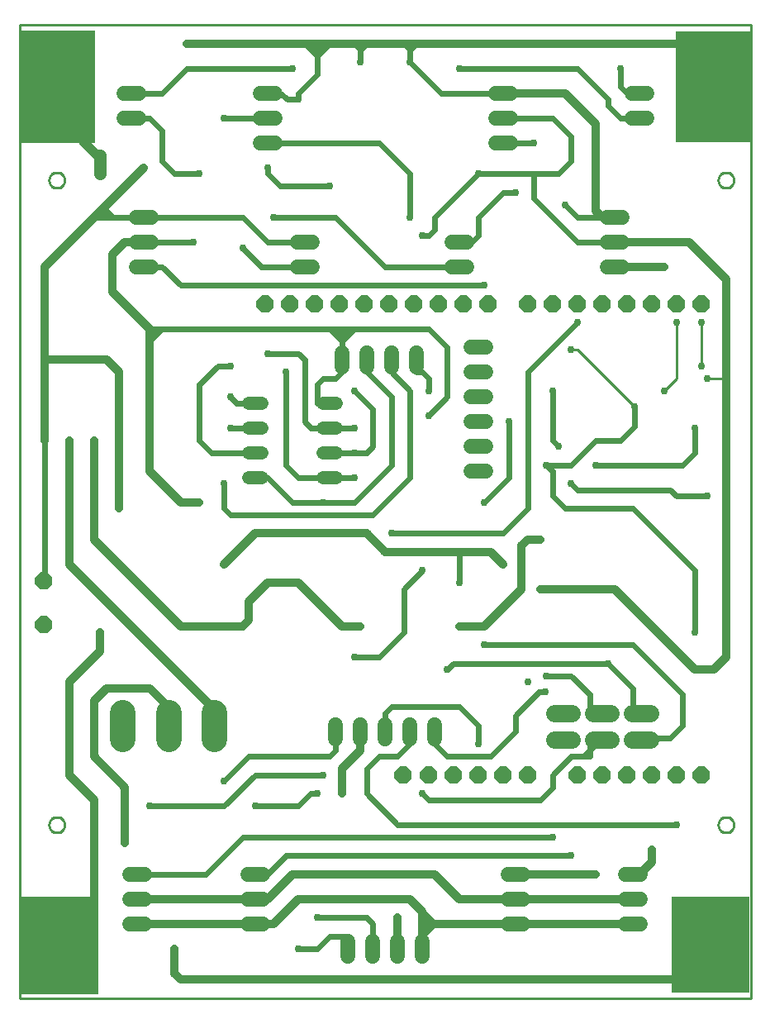
<source format=gbr>
G04 EAGLE Gerber RS-274X export*
G75*
%MOMM*%
%FSLAX34Y34*%
%LPD*%
%INBottom Copper*%
%IPPOS*%
%AMOC8*
5,1,8,0,0,1.08239X$1,22.5*%
G01*
%ADD10R,6.985000X11.430000*%
%ADD11R,0.635000X11.430000*%
%ADD12R,8.001000X9.779000*%
%ADD13R,8.001000X10.033000*%
%ADD14R,7.620000X11.557000*%
%ADD15P,1.924489X8X22.500000*%
%ADD16C,1.320800*%
%ADD17C,1.508000*%
%ADD18C,2.650000*%
%ADD19C,1.800000*%
%ADD20C,0.756400*%
%ADD21C,0.609600*%
%ADD22C,0.812800*%
%ADD23C,0.254000*%
%ADD24C,1.270000*%
%ADD25C,0.254000*%


D10*
X714375Y933450D03*
D11*
X676275Y933450D03*
D12*
X708025Y55245D03*
D13*
X41275Y53975D03*
D14*
X39370Y934085D03*
D15*
X520700Y711200D03*
X546100Y711200D03*
X571500Y711200D03*
X596900Y711200D03*
X622300Y711200D03*
X647700Y711200D03*
X480000Y711200D03*
X454600Y711200D03*
X429200Y711200D03*
X403800Y711200D03*
X378400Y711200D03*
X353000Y711200D03*
X327600Y711200D03*
X302200Y711200D03*
X276800Y711200D03*
X251400Y711200D03*
X673100Y711200D03*
X698500Y711200D03*
D16*
X247904Y609600D02*
X234696Y609600D01*
X234696Y584200D02*
X247904Y584200D01*
X310896Y584200D02*
X324104Y584200D01*
X324104Y609600D02*
X310896Y609600D01*
X247904Y558800D02*
X234696Y558800D01*
X234696Y533400D02*
X247904Y533400D01*
X310896Y558800D02*
X324104Y558800D01*
X324104Y533400D02*
X310896Y533400D01*
D15*
X673100Y228600D03*
X698500Y228600D03*
X571500Y228600D03*
X596900Y228600D03*
X622300Y228600D03*
X647700Y228600D03*
X520700Y228600D03*
X495300Y228600D03*
X469900Y228600D03*
X444500Y228600D03*
X419100Y228600D03*
D17*
X487760Y901700D02*
X502840Y901700D01*
X502840Y927100D02*
X487760Y927100D01*
X487760Y876300D02*
X502840Y876300D01*
X261540Y901700D02*
X246460Y901700D01*
X246460Y927100D02*
X261540Y927100D01*
X261540Y876300D02*
X246460Y876300D01*
X134540Y774700D02*
X119460Y774700D01*
X119460Y800100D02*
X134540Y800100D01*
X134540Y749300D02*
X119460Y749300D01*
X602060Y774700D02*
X617140Y774700D01*
X617140Y800100D02*
X602060Y800100D01*
X602060Y749300D02*
X617140Y749300D01*
X128190Y101600D02*
X113110Y101600D01*
X113110Y127000D02*
X128190Y127000D01*
X128190Y76200D02*
X113110Y76200D01*
X233760Y101600D02*
X248840Y101600D01*
X248840Y127000D02*
X233760Y127000D01*
X233760Y76200D02*
X248840Y76200D01*
X500460Y101600D02*
X515540Y101600D01*
X515540Y127000D02*
X500460Y127000D01*
X500460Y76200D02*
X515540Y76200D01*
X621110Y101600D02*
X636190Y101600D01*
X636190Y127000D02*
X621110Y127000D01*
X621110Y76200D02*
X636190Y76200D01*
X381000Y646510D02*
X381000Y661590D01*
X355600Y661590D02*
X355600Y646510D01*
X330200Y646510D02*
X330200Y661590D01*
X406400Y661590D02*
X406400Y646510D01*
X387350Y58340D02*
X387350Y43260D01*
X361950Y43260D02*
X361950Y58340D01*
X336550Y58340D02*
X336550Y43260D01*
X412750Y43260D02*
X412750Y58340D01*
X299640Y774700D02*
X284560Y774700D01*
X284560Y749300D02*
X299640Y749300D01*
X443310Y774700D02*
X458390Y774700D01*
X458390Y749300D02*
X443310Y749300D01*
X121840Y927100D02*
X106760Y927100D01*
X106760Y901700D02*
X121840Y901700D01*
X627460Y927100D02*
X642540Y927100D01*
X642540Y901700D02*
X627460Y901700D01*
X374650Y280590D02*
X374650Y265510D01*
X400050Y265510D02*
X400050Y280590D01*
X425450Y280590D02*
X425450Y265510D01*
X425450Y280590D01*
X349250Y280590D02*
X349250Y265510D01*
X323850Y265510D02*
X323850Y280590D01*
D18*
X152400Y292650D02*
X152400Y266150D01*
X105400Y266150D02*
X105400Y292650D01*
X199400Y292650D02*
X199400Y266150D01*
D19*
X587900Y292100D02*
X605900Y292100D01*
X627900Y292100D02*
X645900Y292100D01*
X605900Y265100D02*
X587900Y265100D01*
X565900Y265100D02*
X547900Y265100D01*
X627900Y265100D02*
X645900Y265100D01*
X565900Y292100D02*
X547900Y292100D01*
D17*
X477440Y666750D02*
X462360Y666750D01*
X462360Y615950D02*
X477440Y615950D01*
X477440Y641350D02*
X462360Y641350D01*
X462360Y590550D02*
X477440Y590550D01*
X477440Y539750D02*
X462360Y539750D01*
X462360Y565150D02*
X477440Y565150D01*
D15*
X393000Y228500D03*
X25000Y382500D03*
X25000Y427500D03*
D20*
X476250Y730250D03*
D21*
X165100Y730250D01*
X146050Y749300D01*
X133350Y749300D01*
D22*
X647700Y152400D02*
X647700Y139700D01*
X635000Y127000D01*
X628650Y127000D01*
D20*
X647700Y152400D03*
D22*
X590550Y127000D02*
X508000Y127000D01*
D20*
X590550Y127000D03*
D21*
X565150Y146050D02*
X273050Y146050D01*
X254000Y127000D01*
X241300Y127000D01*
D20*
X565150Y146050D03*
D21*
X228600Y165100D02*
X190500Y127000D01*
X120650Y127000D01*
X228600Y165100D02*
X546100Y165100D01*
D20*
X546100Y165100D03*
D21*
X615950Y901700D02*
X622300Y901700D01*
X615950Y901700D02*
X603250Y914400D01*
X603250Y920750D01*
X571500Y952500D01*
X450850Y952500D01*
D20*
X450850Y952500D03*
D21*
X615950Y933450D02*
X622300Y927100D01*
X615950Y933450D02*
X615950Y952500D01*
D20*
X615950Y952500D03*
X184150Y844550D03*
D21*
X158750Y844550D01*
X133350Y901700D02*
X114300Y901700D01*
X133350Y901700D02*
X146050Y889000D01*
X146050Y857250D01*
X158750Y844550D01*
X171450Y952500D02*
X279400Y952500D01*
X171450Y952500D02*
X146050Y927100D01*
X114300Y927100D01*
D20*
X279400Y952500D03*
X673100Y692150D03*
X660400Y622300D03*
D23*
X673100Y635000D02*
X673100Y692150D01*
X673100Y635000D02*
X660400Y622300D01*
D20*
X381000Y476250D03*
D21*
X495300Y476250D02*
X520700Y501650D01*
X495300Y476250D02*
X381000Y476250D01*
D22*
X387350Y82550D02*
X387350Y50800D01*
D20*
X387350Y82550D03*
X571500Y692150D03*
D21*
X520700Y641350D01*
X520700Y501650D01*
X361950Y76200D02*
X361950Y63500D01*
X361950Y76200D02*
X355600Y82550D01*
D20*
X304800Y82550D03*
D21*
X355600Y82550D01*
D22*
X196850Y298450D02*
X50800Y444500D01*
X50800Y571500D01*
D20*
X50800Y571500D03*
D22*
X234950Y406400D02*
X234950Y387350D01*
X234950Y406400D02*
X254000Y425450D01*
D20*
X254000Y425450D03*
X76200Y571500D03*
D22*
X76200Y469900D01*
X165100Y381000D01*
X209550Y381000D01*
D20*
X209550Y381000D03*
D22*
X228600Y381000D01*
X234950Y387350D01*
X254000Y425450D02*
X285750Y425450D01*
X330200Y381000D01*
X349250Y381000D01*
D20*
X349250Y381000D03*
X533400Y469900D03*
D22*
X520700Y469900D01*
X514350Y463550D01*
X514350Y419100D01*
D20*
X514350Y419100D03*
D22*
X476250Y381000D01*
X450850Y381000D01*
D20*
X450850Y381000D03*
X660400Y749300D03*
D22*
X609600Y749300D01*
D21*
X285750Y196850D02*
X241300Y196850D01*
D20*
X241300Y196850D03*
X304800Y209550D03*
D21*
X298450Y209550D02*
X285750Y196850D01*
X298450Y209550D02*
X304800Y209550D01*
D20*
X527050Y876300D03*
D21*
X495300Y876300D01*
D22*
X457200Y101600D02*
X628650Y101600D01*
D20*
X457200Y101600D03*
D22*
X450850Y101600D01*
D21*
X336550Y63500D02*
X317500Y63500D01*
D22*
X425450Y127000D02*
X450850Y101600D01*
D21*
X317500Y63500D02*
X304800Y50800D01*
X285750Y50800D01*
D20*
X285750Y50800D03*
D22*
X279400Y127000D02*
X425450Y127000D01*
X279400Y127000D02*
X254000Y101600D01*
X184150Y101600D01*
D20*
X184150Y101600D03*
D22*
X120650Y101600D01*
D21*
X381000Y615950D02*
X355600Y641350D01*
X381000Y615950D02*
X381000Y546100D01*
X254000Y533400D02*
X247650Y533400D01*
X254000Y533400D02*
X279400Y508000D01*
X342900Y508000D02*
X381000Y546100D01*
X342900Y508000D02*
X311150Y508000D01*
X279400Y508000D01*
D20*
X311150Y508000D03*
X311150Y476250D03*
D22*
X482600Y457200D02*
X495300Y444500D01*
X482600Y457200D02*
X450850Y457200D01*
X374650Y457200D01*
X355600Y476250D01*
X311150Y476250D01*
X241300Y476250D01*
X209550Y444500D01*
D20*
X209550Y444500D03*
X495300Y444500D03*
D21*
X450850Y457200D02*
X450850Y425450D01*
D20*
X450850Y425450D03*
X469900Y844550D03*
D21*
X527050Y844550D02*
X552450Y844550D01*
X527050Y844550D02*
X469900Y844550D01*
X552450Y844550D02*
X565150Y857250D01*
X565150Y882650D01*
X546100Y901700D01*
X495300Y901700D01*
X571500Y774700D02*
X596900Y774700D01*
X571500Y774700D02*
X527050Y819150D01*
X527050Y844550D01*
X469900Y844550D02*
X425450Y800100D01*
X425450Y787400D01*
D20*
X412750Y781050D03*
D21*
X419100Y781050D02*
X425450Y787400D01*
X419100Y781050D02*
X412750Y781050D01*
D20*
X419100Y622300D03*
D21*
X419100Y635000D01*
D20*
X342900Y622300D03*
D21*
X361950Y603250D01*
X361950Y565150D01*
X355600Y558800D01*
D20*
X342900Y558800D03*
D21*
X330200Y558800D01*
X342900Y558800D02*
X355600Y558800D01*
X419100Y635000D02*
X412750Y641350D01*
X406400Y641350D01*
D20*
X342900Y584200D03*
D21*
X330200Y584200D01*
X374650Y749300D02*
X323850Y800100D01*
X374650Y749300D02*
X444500Y749300D01*
D20*
X260350Y800100D03*
D21*
X323850Y800100D01*
D20*
X228600Y768350D03*
D21*
X247650Y749300D01*
X279400Y749300D01*
D20*
X342900Y533400D03*
D21*
X330200Y533400D01*
X323850Y635000D02*
X330200Y641350D01*
X323850Y635000D02*
X311150Y635000D01*
X304800Y628650D01*
X304800Y609600D01*
X311150Y609600D01*
X234950Y584200D02*
X215900Y584200D01*
X400050Y622300D02*
X400050Y533400D01*
X361950Y495300D01*
X215900Y495300D01*
X209550Y501650D01*
X381000Y641350D02*
X400050Y622300D01*
D20*
X209550Y527050D03*
D21*
X209550Y501650D01*
D20*
X215900Y584200D03*
X273050Y641350D03*
D21*
X273050Y546100D01*
X285750Y533400D01*
X311150Y533400D01*
D20*
X254000Y660400D03*
D21*
X285750Y660400D01*
X292100Y654050D01*
X292100Y590550D01*
X298450Y584200D01*
X311150Y584200D01*
X228600Y609600D02*
X222250Y609600D01*
D20*
X215900Y615950D03*
D21*
X222250Y609600D01*
D20*
X215900Y647700D03*
D21*
X184150Y628650D02*
X184150Y571500D01*
X184150Y628650D02*
X203200Y647700D01*
X215900Y647700D01*
X234950Y558800D02*
X196850Y558800D01*
X184150Y571500D01*
X419100Y596900D02*
X438150Y615950D01*
D20*
X419100Y596900D03*
D21*
X438150Y615950D02*
X438150Y666750D01*
X419100Y685800D01*
D20*
X184150Y508000D03*
D22*
X165100Y508000D01*
X133350Y539750D01*
X95250Y723900D02*
X95250Y762000D01*
X95250Y723900D02*
X133350Y685800D01*
X133350Y673100D02*
X133350Y584200D01*
D20*
X133350Y584200D03*
D22*
X133350Y673100D02*
X133350Y679450D01*
X133350Y685800D01*
X133350Y584200D02*
X133350Y539750D01*
D21*
X330200Y660400D02*
X330200Y673100D01*
X330200Y679450D02*
X330200Y685800D01*
X342900Y685800D02*
X419100Y685800D01*
X146050Y685800D02*
X133350Y685800D01*
X146050Y685800D02*
X317500Y685800D01*
X323850Y685800D02*
X330200Y685800D01*
X336550Y685800D01*
X342900Y685800D01*
X336550Y679450D01*
X336550Y685800D01*
X336550Y679450D02*
X330200Y673100D01*
X317500Y685800D01*
X323850Y685800D01*
X330200Y679450D01*
X330200Y673100D01*
D22*
X107950Y774700D02*
X95250Y762000D01*
X107950Y774700D02*
X120650Y774700D01*
D21*
X146050Y685800D02*
X139700Y679450D01*
X133350Y673100D01*
X133350Y679450D02*
X139700Y679450D01*
X133350Y685800D01*
X127000Y800100D02*
X228600Y800100D01*
X254000Y774700D01*
X279400Y774700D01*
X254000Y876300D02*
X368300Y876300D01*
X400050Y844550D01*
X400050Y800100D01*
D20*
X400050Y800100D03*
X82550Y844550D03*
D22*
X82550Y374650D02*
X82550Y355600D01*
X50800Y323850D01*
D20*
X82550Y374650D03*
D22*
X50800Y323850D02*
X50800Y228600D01*
X76200Y203200D01*
X76200Y101600D01*
D24*
X82550Y857250D02*
X82550Y863600D01*
X82550Y857250D02*
X82550Y844550D01*
D21*
X82550Y863600D02*
X69850Y876300D01*
X63500Y876300D01*
X82550Y857250D01*
D20*
X209550Y222250D03*
D21*
X234950Y247650D01*
X317500Y247650D01*
X323850Y254000D01*
X323850Y266700D01*
D22*
X596900Y800100D02*
X590550Y806450D01*
D21*
X508000Y927100D02*
X495300Y927100D01*
D22*
X508000Y927100D02*
X558800Y927100D01*
X590550Y895350D01*
X590550Y806450D01*
D20*
X558800Y812800D03*
D21*
X571500Y800100D02*
X596900Y800100D01*
X571500Y800100D02*
X558800Y812800D01*
D20*
X508000Y825500D03*
D21*
X469900Y800100D02*
X469900Y781050D01*
X463550Y774700D01*
X495300Y825500D02*
X508000Y825500D01*
X495300Y825500D02*
X469900Y800100D01*
X387350Y177800D02*
X673100Y177800D01*
D20*
X673100Y177800D03*
D21*
X387350Y177800D02*
X355600Y209550D01*
X355600Y234950D01*
X368300Y247650D01*
X387350Y247650D01*
X400050Y260350D01*
X425450Y260350D02*
X438150Y247650D01*
X482600Y247650D01*
X508000Y273050D01*
X508000Y289560D01*
D20*
X538480Y313690D03*
D21*
X532130Y313690D02*
X508000Y289560D01*
X532130Y313690D02*
X538480Y313690D01*
D22*
X546100Y76200D02*
X628650Y76200D01*
D20*
X546100Y76200D03*
D22*
X425450Y76200D01*
X412750Y76200D01*
X412750Y63500D02*
X412750Y50800D01*
X412750Y63500D02*
X412750Y69850D01*
X412750Y76200D01*
X412750Y88900D01*
X400050Y101600D01*
X285750Y101600D01*
X260350Y76200D01*
X120650Y76200D01*
X533400Y419100D02*
X609600Y419100D01*
D20*
X533400Y419100D03*
D21*
X412750Y88900D02*
X419100Y82550D01*
X425450Y76200D01*
X419100Y76200D02*
X412750Y69850D01*
X419100Y76200D02*
X425450Y76200D01*
X412750Y63500D01*
X412750Y76200D02*
X419100Y82550D01*
D22*
X692150Y336550D02*
X609600Y419100D01*
X692150Y336550D02*
X711200Y336550D01*
X723900Y349250D01*
X685800Y774700D02*
X615950Y774700D01*
X685800Y774700D02*
X723900Y736600D01*
X723900Y508000D02*
X723900Y349250D01*
X723900Y508000D02*
X723900Y635000D01*
X723900Y736600D01*
D21*
X723900Y514350D02*
X723900Y508000D01*
D20*
X330200Y209550D03*
D22*
X330200Y234950D02*
X349250Y254000D01*
X330200Y234950D02*
X330200Y209550D01*
X349250Y254000D02*
X349250Y260350D01*
D20*
X520700Y323850D03*
X539750Y330200D03*
D21*
X565150Y330200D01*
X584200Y311150D01*
X584200Y292100D01*
D20*
X704850Y635000D03*
D23*
X723900Y635000D01*
D22*
X152400Y298450D02*
X133350Y317500D01*
X88900Y317500D01*
X76200Y304800D01*
X76200Y247650D01*
X107950Y215900D01*
X107950Y158750D01*
X165100Y19050D02*
X679450Y19050D01*
X165100Y19050D02*
X158750Y25400D01*
X158750Y50800D01*
D20*
X158750Y50800D03*
X107950Y158750D03*
D21*
X209550Y901700D02*
X254000Y901700D01*
D20*
X209550Y901700D03*
X177800Y774700D03*
D21*
X114300Y774700D01*
D20*
X101600Y501650D03*
D22*
X101600Y641350D02*
X88900Y654050D01*
D20*
X25400Y571500D03*
D22*
X25400Y654050D01*
X88900Y654050D01*
D20*
X171450Y977900D03*
D22*
X406400Y977900D02*
X692150Y977900D01*
X406400Y977900D02*
X400050Y977900D01*
X393700Y977900D01*
X355600Y977900D01*
X349250Y977900D01*
X342900Y977900D01*
X317500Y977900D01*
X292100Y977900D01*
X171450Y977900D01*
X25400Y749300D02*
X25400Y654050D01*
X25400Y749300D02*
X76200Y800100D01*
X127000Y850900D01*
D20*
X127000Y850900D03*
D22*
X101600Y641350D02*
X101600Y501650D01*
D21*
X95250Y800100D02*
X120650Y800100D01*
X88900Y800100D02*
X82550Y800100D01*
X76200Y800100D01*
X82550Y800100D02*
X88900Y806450D01*
X88900Y800100D01*
X95250Y800100D01*
X88900Y806450D01*
X311150Y971550D02*
X317500Y977900D01*
X311150Y971550D02*
X304800Y965200D01*
X298450Y971550D01*
X292100Y977900D01*
X298450Y971550D02*
X311150Y971550D01*
X304800Y965200D02*
X304800Y946150D01*
X274638Y920750D02*
X266700Y927100D01*
X274638Y920750D02*
X285750Y920750D01*
D20*
X285750Y920750D03*
D21*
X285750Y927100D02*
X304800Y946150D01*
X285750Y927100D02*
X285750Y920750D01*
D20*
X349250Y958850D03*
D21*
X349250Y971550D02*
X349250Y977900D01*
X349250Y971550D02*
X349250Y958850D01*
X349250Y971550D02*
X342900Y977900D01*
X349250Y971550D02*
X355600Y977900D01*
D20*
X400050Y958850D03*
D21*
X400050Y971550D02*
X400050Y977900D01*
X400050Y971550D02*
X400050Y958850D01*
X400050Y971550D02*
X406400Y977900D01*
X400050Y971550D02*
X393700Y977900D01*
X400050Y958850D02*
X431800Y927100D01*
X482600Y927100D01*
X25400Y571500D02*
X25400Y425450D01*
D20*
X469900Y260350D03*
D21*
X469900Y279400D01*
X450850Y298450D01*
X381000Y298450D01*
X374650Y292100D01*
X374650Y285750D01*
D20*
X254000Y850900D03*
D21*
X254000Y844550D01*
X266700Y831850D01*
D20*
X317500Y831850D03*
D21*
X266700Y831850D01*
D20*
X590550Y546100D03*
X692150Y584200D03*
D21*
X679450Y546100D02*
X590550Y546100D01*
X692150Y558800D02*
X692150Y584200D01*
X692150Y558800D02*
X679450Y546100D01*
D20*
X412750Y209550D03*
D21*
X419100Y203200D01*
X533400Y203200D01*
X546100Y215900D01*
X546100Y228600D01*
X565150Y247650D01*
X577850Y247650D01*
X584200Y247650D01*
X584200Y254000D01*
X584200Y260350D01*
X584200Y254000D02*
X577850Y247650D01*
X584200Y254000D02*
X590550Y260350D01*
D20*
X412750Y438150D03*
D21*
X393700Y419100D01*
X393700Y374650D01*
D20*
X342900Y349250D03*
D21*
X368300Y349250D02*
X393700Y374650D01*
X368300Y349250D02*
X342900Y349250D01*
D20*
X698500Y692150D03*
X698500Y647700D03*
D23*
X698500Y692150D01*
D21*
X628650Y317500D02*
X628650Y292100D01*
X628650Y317500D02*
X603250Y342900D01*
X444500Y342900D01*
X438150Y336550D01*
D20*
X438150Y336550D03*
X603250Y342900D03*
X692150Y374650D03*
D21*
X692150Y438150D01*
X628650Y501650D01*
X558800Y501650D01*
X546100Y514350D01*
X546100Y539750D01*
X539750Y546100D01*
D20*
X539750Y546100D03*
D21*
X565150Y546100D01*
X590550Y571500D01*
X615950Y571500D01*
D23*
X629920Y603250D02*
X629920Y605790D01*
D20*
X629920Y605790D03*
D23*
X571500Y664210D01*
X565150Y664210D01*
D20*
X565150Y664210D03*
D21*
X629920Y585470D02*
X615950Y571500D01*
X629920Y585470D02*
X629920Y605790D01*
X647700Y266700D02*
X666750Y266700D01*
X679450Y279400D01*
X679450Y311150D01*
D20*
X704850Y514350D03*
D21*
X673100Y514350D01*
X666750Y520700D01*
X571500Y520700D02*
X565150Y527050D01*
X571500Y520700D02*
X666750Y520700D01*
D20*
X565150Y527050D03*
X501650Y590550D03*
D21*
X501650Y533400D01*
X476250Y508000D01*
D20*
X476250Y508000D03*
X476250Y361950D03*
D21*
X628650Y361950D01*
X679450Y311150D01*
D20*
X311150Y228600D03*
D21*
X241300Y228600D01*
X209550Y196850D01*
X133350Y196850D01*
D20*
X133350Y196850D03*
X546100Y622300D03*
X546100Y622300D03*
D21*
X546100Y571500D01*
X552450Y565150D01*
D20*
X552450Y565150D03*
D25*
X0Y0D02*
X749300Y0D01*
X749300Y996950D01*
X0Y996950D01*
X0Y0D01*
X731900Y177407D02*
X731823Y176625D01*
X731670Y175854D01*
X731441Y175102D01*
X731141Y174375D01*
X730770Y173682D01*
X730333Y173029D01*
X729835Y172421D01*
X729279Y171865D01*
X728671Y171367D01*
X728018Y170930D01*
X727325Y170559D01*
X726598Y170259D01*
X725846Y170030D01*
X725075Y169877D01*
X724293Y169800D01*
X723507Y169800D01*
X722725Y169877D01*
X721954Y170030D01*
X721202Y170259D01*
X720475Y170559D01*
X719782Y170930D01*
X719129Y171367D01*
X718521Y171865D01*
X717965Y172421D01*
X717467Y173029D01*
X717030Y173682D01*
X716659Y174375D01*
X716359Y175102D01*
X716130Y175854D01*
X715977Y176625D01*
X715900Y177407D01*
X715900Y178193D01*
X715977Y178975D01*
X716130Y179746D01*
X716359Y180498D01*
X716659Y181225D01*
X717030Y181918D01*
X717467Y182571D01*
X717965Y183179D01*
X718521Y183735D01*
X719129Y184233D01*
X719782Y184670D01*
X720475Y185041D01*
X721202Y185341D01*
X721954Y185570D01*
X722725Y185723D01*
X723507Y185800D01*
X724293Y185800D01*
X725075Y185723D01*
X725846Y185570D01*
X726598Y185341D01*
X727325Y185041D01*
X728018Y184670D01*
X728671Y184233D01*
X729279Y183735D01*
X729835Y183179D01*
X730333Y182571D01*
X730770Y181918D01*
X731141Y181225D01*
X731441Y180498D01*
X731670Y179746D01*
X731823Y178975D01*
X731900Y178193D01*
X731900Y177407D01*
X46100Y177407D02*
X46023Y176625D01*
X45870Y175854D01*
X45641Y175102D01*
X45341Y174375D01*
X44970Y173682D01*
X44533Y173029D01*
X44035Y172421D01*
X43479Y171865D01*
X42871Y171367D01*
X42218Y170930D01*
X41525Y170559D01*
X40798Y170259D01*
X40046Y170030D01*
X39275Y169877D01*
X38493Y169800D01*
X37707Y169800D01*
X36925Y169877D01*
X36154Y170030D01*
X35402Y170259D01*
X34675Y170559D01*
X33982Y170930D01*
X33329Y171367D01*
X32721Y171865D01*
X32165Y172421D01*
X31667Y173029D01*
X31230Y173682D01*
X30859Y174375D01*
X30559Y175102D01*
X30330Y175854D01*
X30177Y176625D01*
X30100Y177407D01*
X30100Y178193D01*
X30177Y178975D01*
X30330Y179746D01*
X30559Y180498D01*
X30859Y181225D01*
X31230Y181918D01*
X31667Y182571D01*
X32165Y183179D01*
X32721Y183735D01*
X33329Y184233D01*
X33982Y184670D01*
X34675Y185041D01*
X35402Y185341D01*
X36154Y185570D01*
X36925Y185723D01*
X37707Y185800D01*
X38493Y185800D01*
X39275Y185723D01*
X40046Y185570D01*
X40798Y185341D01*
X41525Y185041D01*
X42218Y184670D01*
X42871Y184233D01*
X43479Y183735D01*
X44035Y183179D01*
X44533Y182571D01*
X44970Y181918D01*
X45341Y181225D01*
X45641Y180498D01*
X45870Y179746D01*
X46023Y178975D01*
X46100Y178193D01*
X46100Y177407D01*
X46100Y837807D02*
X46023Y837025D01*
X45870Y836254D01*
X45641Y835502D01*
X45341Y834775D01*
X44970Y834082D01*
X44533Y833429D01*
X44035Y832821D01*
X43479Y832265D01*
X42871Y831767D01*
X42218Y831330D01*
X41525Y830959D01*
X40798Y830659D01*
X40046Y830430D01*
X39275Y830277D01*
X38493Y830200D01*
X37707Y830200D01*
X36925Y830277D01*
X36154Y830430D01*
X35402Y830659D01*
X34675Y830959D01*
X33982Y831330D01*
X33329Y831767D01*
X32721Y832265D01*
X32165Y832821D01*
X31667Y833429D01*
X31230Y834082D01*
X30859Y834775D01*
X30559Y835502D01*
X30330Y836254D01*
X30177Y837025D01*
X30100Y837807D01*
X30100Y838593D01*
X30177Y839375D01*
X30330Y840146D01*
X30559Y840898D01*
X30859Y841625D01*
X31230Y842318D01*
X31667Y842971D01*
X32165Y843579D01*
X32721Y844135D01*
X33329Y844633D01*
X33982Y845070D01*
X34675Y845441D01*
X35402Y845741D01*
X36154Y845970D01*
X36925Y846123D01*
X37707Y846200D01*
X38493Y846200D01*
X39275Y846123D01*
X40046Y845970D01*
X40798Y845741D01*
X41525Y845441D01*
X42218Y845070D01*
X42871Y844633D01*
X43479Y844135D01*
X44035Y843579D01*
X44533Y842971D01*
X44970Y842318D01*
X45341Y841625D01*
X45641Y840898D01*
X45870Y840146D01*
X46023Y839375D01*
X46100Y838593D01*
X46100Y837807D01*
X731900Y837807D02*
X731823Y837025D01*
X731670Y836254D01*
X731441Y835502D01*
X731141Y834775D01*
X730770Y834082D01*
X730333Y833429D01*
X729835Y832821D01*
X729279Y832265D01*
X728671Y831767D01*
X728018Y831330D01*
X727325Y830959D01*
X726598Y830659D01*
X725846Y830430D01*
X725075Y830277D01*
X724293Y830200D01*
X723507Y830200D01*
X722725Y830277D01*
X721954Y830430D01*
X721202Y830659D01*
X720475Y830959D01*
X719782Y831330D01*
X719129Y831767D01*
X718521Y832265D01*
X717965Y832821D01*
X717467Y833429D01*
X717030Y834082D01*
X716659Y834775D01*
X716359Y835502D01*
X716130Y836254D01*
X715977Y837025D01*
X715900Y837807D01*
X715900Y838593D01*
X715977Y839375D01*
X716130Y840146D01*
X716359Y840898D01*
X716659Y841625D01*
X717030Y842318D01*
X717467Y842971D01*
X717965Y843579D01*
X718521Y844135D01*
X719129Y844633D01*
X719782Y845070D01*
X720475Y845441D01*
X721202Y845741D01*
X721954Y845970D01*
X722725Y846123D01*
X723507Y846200D01*
X724293Y846200D01*
X725075Y846123D01*
X725846Y845970D01*
X726598Y845741D01*
X727325Y845441D01*
X728018Y845070D01*
X728671Y844633D01*
X729279Y844135D01*
X729835Y843579D01*
X730333Y842971D01*
X730770Y842318D01*
X731141Y841625D01*
X731441Y840898D01*
X731670Y840146D01*
X731823Y839375D01*
X731900Y838593D01*
X731900Y837807D01*
X54950Y939387D02*
X54885Y938565D01*
X54756Y937750D01*
X54564Y936948D01*
X54309Y936163D01*
X53993Y935401D01*
X53618Y934666D01*
X53187Y933962D01*
X52702Y933295D01*
X52166Y932667D01*
X51583Y932084D01*
X50956Y931548D01*
X50288Y931063D01*
X49584Y930632D01*
X48849Y930257D01*
X48087Y929941D01*
X47302Y929686D01*
X46500Y929494D01*
X45685Y929365D01*
X44863Y929300D01*
X44037Y929300D01*
X43215Y929365D01*
X42400Y929494D01*
X41598Y929686D01*
X40813Y929941D01*
X40051Y930257D01*
X39316Y930632D01*
X38612Y931063D01*
X37945Y931548D01*
X37317Y932084D01*
X36734Y932667D01*
X36198Y933295D01*
X35713Y933962D01*
X35282Y934666D01*
X34907Y935401D01*
X34591Y936163D01*
X34336Y936948D01*
X34144Y937750D01*
X34015Y938565D01*
X33950Y939387D01*
X33950Y940213D01*
X34015Y941035D01*
X34144Y941850D01*
X34336Y942652D01*
X34591Y943437D01*
X34907Y944199D01*
X35282Y944934D01*
X35713Y945638D01*
X36198Y946306D01*
X36734Y946933D01*
X37317Y947516D01*
X37945Y948052D01*
X38612Y948537D01*
X39316Y948968D01*
X40051Y949343D01*
X40813Y949659D01*
X41598Y949914D01*
X42400Y950106D01*
X43215Y950235D01*
X44037Y950300D01*
X44863Y950300D01*
X45685Y950235D01*
X46500Y950106D01*
X47302Y949914D01*
X48087Y949659D01*
X48849Y949343D01*
X49584Y948968D01*
X50288Y948537D01*
X50956Y948052D01*
X51583Y947516D01*
X52166Y946933D01*
X52702Y946306D01*
X53187Y945638D01*
X53618Y944934D01*
X53993Y944199D01*
X54309Y943437D01*
X54564Y942652D01*
X54756Y941850D01*
X54885Y941035D01*
X54950Y940213D01*
X54950Y939387D01*
X715350Y939387D02*
X715285Y938565D01*
X715156Y937750D01*
X714964Y936948D01*
X714709Y936163D01*
X714393Y935401D01*
X714018Y934666D01*
X713587Y933962D01*
X713102Y933295D01*
X712566Y932667D01*
X711983Y932084D01*
X711356Y931548D01*
X710688Y931063D01*
X709984Y930632D01*
X709249Y930257D01*
X708487Y929941D01*
X707702Y929686D01*
X706900Y929494D01*
X706085Y929365D01*
X705263Y929300D01*
X704437Y929300D01*
X703615Y929365D01*
X702800Y929494D01*
X701998Y929686D01*
X701213Y929941D01*
X700451Y930257D01*
X699716Y930632D01*
X699012Y931063D01*
X698345Y931548D01*
X697717Y932084D01*
X697134Y932667D01*
X696598Y933295D01*
X696113Y933962D01*
X695682Y934666D01*
X695307Y935401D01*
X694991Y936163D01*
X694736Y936948D01*
X694544Y937750D01*
X694415Y938565D01*
X694350Y939387D01*
X694350Y940213D01*
X694415Y941035D01*
X694544Y941850D01*
X694736Y942652D01*
X694991Y943437D01*
X695307Y944199D01*
X695682Y944934D01*
X696113Y945638D01*
X696598Y946306D01*
X697134Y946933D01*
X697717Y947516D01*
X698345Y948052D01*
X699012Y948537D01*
X699716Y948968D01*
X700451Y949343D01*
X701213Y949659D01*
X701998Y949914D01*
X702800Y950106D01*
X703615Y950235D01*
X704437Y950300D01*
X705263Y950300D01*
X706085Y950235D01*
X706900Y950106D01*
X707702Y949914D01*
X708487Y949659D01*
X709249Y949343D01*
X709984Y948968D01*
X710688Y948537D01*
X711356Y948052D01*
X711983Y947516D01*
X712566Y946933D01*
X713102Y946306D01*
X713587Y945638D01*
X714018Y944934D01*
X714393Y944199D01*
X714709Y943437D01*
X714964Y942652D01*
X715156Y941850D01*
X715285Y941035D01*
X715350Y940213D01*
X715350Y939387D01*
X54950Y50387D02*
X54885Y49565D01*
X54756Y48750D01*
X54564Y47948D01*
X54309Y47163D01*
X53993Y46401D01*
X53618Y45666D01*
X53187Y44962D01*
X52702Y44295D01*
X52166Y43667D01*
X51583Y43084D01*
X50956Y42548D01*
X50288Y42063D01*
X49584Y41632D01*
X48849Y41257D01*
X48087Y40941D01*
X47302Y40686D01*
X46500Y40494D01*
X45685Y40365D01*
X44863Y40300D01*
X44037Y40300D01*
X43215Y40365D01*
X42400Y40494D01*
X41598Y40686D01*
X40813Y40941D01*
X40051Y41257D01*
X39316Y41632D01*
X38612Y42063D01*
X37945Y42548D01*
X37317Y43084D01*
X36734Y43667D01*
X36198Y44295D01*
X35713Y44962D01*
X35282Y45666D01*
X34907Y46401D01*
X34591Y47163D01*
X34336Y47948D01*
X34144Y48750D01*
X34015Y49565D01*
X33950Y50387D01*
X33950Y51213D01*
X34015Y52035D01*
X34144Y52850D01*
X34336Y53652D01*
X34591Y54437D01*
X34907Y55199D01*
X35282Y55934D01*
X35713Y56638D01*
X36198Y57306D01*
X36734Y57933D01*
X37317Y58516D01*
X37945Y59052D01*
X38612Y59537D01*
X39316Y59968D01*
X40051Y60343D01*
X40813Y60659D01*
X41598Y60914D01*
X42400Y61106D01*
X43215Y61235D01*
X44037Y61300D01*
X44863Y61300D01*
X45685Y61235D01*
X46500Y61106D01*
X47302Y60914D01*
X48087Y60659D01*
X48849Y60343D01*
X49584Y59968D01*
X50288Y59537D01*
X50956Y59052D01*
X51583Y58516D01*
X52166Y57933D01*
X52702Y57306D01*
X53187Y56638D01*
X53618Y55934D01*
X53993Y55199D01*
X54309Y54437D01*
X54564Y53652D01*
X54756Y52850D01*
X54885Y52035D01*
X54950Y51213D01*
X54950Y50387D01*
X715350Y50387D02*
X715285Y49565D01*
X715156Y48750D01*
X714964Y47948D01*
X714709Y47163D01*
X714393Y46401D01*
X714018Y45666D01*
X713587Y44962D01*
X713102Y44295D01*
X712566Y43667D01*
X711983Y43084D01*
X711356Y42548D01*
X710688Y42063D01*
X709984Y41632D01*
X709249Y41257D01*
X708487Y40941D01*
X707702Y40686D01*
X706900Y40494D01*
X706085Y40365D01*
X705263Y40300D01*
X704437Y40300D01*
X703615Y40365D01*
X702800Y40494D01*
X701998Y40686D01*
X701213Y40941D01*
X700451Y41257D01*
X699716Y41632D01*
X699012Y42063D01*
X698345Y42548D01*
X697717Y43084D01*
X697134Y43667D01*
X696598Y44295D01*
X696113Y44962D01*
X695682Y45666D01*
X695307Y46401D01*
X694991Y47163D01*
X694736Y47948D01*
X694544Y48750D01*
X694415Y49565D01*
X694350Y50387D01*
X694350Y51213D01*
X694415Y52035D01*
X694544Y52850D01*
X694736Y53652D01*
X694991Y54437D01*
X695307Y55199D01*
X695682Y55934D01*
X696113Y56638D01*
X696598Y57306D01*
X697134Y57933D01*
X697717Y58516D01*
X698345Y59052D01*
X699012Y59537D01*
X699716Y59968D01*
X700451Y60343D01*
X701213Y60659D01*
X701998Y60914D01*
X702800Y61106D01*
X703615Y61235D01*
X704437Y61300D01*
X705263Y61300D01*
X706085Y61235D01*
X706900Y61106D01*
X707702Y60914D01*
X708487Y60659D01*
X709249Y60343D01*
X709984Y59968D01*
X710688Y59537D01*
X711356Y59052D01*
X711983Y58516D01*
X712566Y57933D01*
X713102Y57306D01*
X713587Y56638D01*
X714018Y55934D01*
X714393Y55199D01*
X714709Y54437D01*
X714964Y53652D01*
X715156Y52850D01*
X715285Y52035D01*
X715350Y51213D01*
X715350Y50387D01*
M02*

</source>
